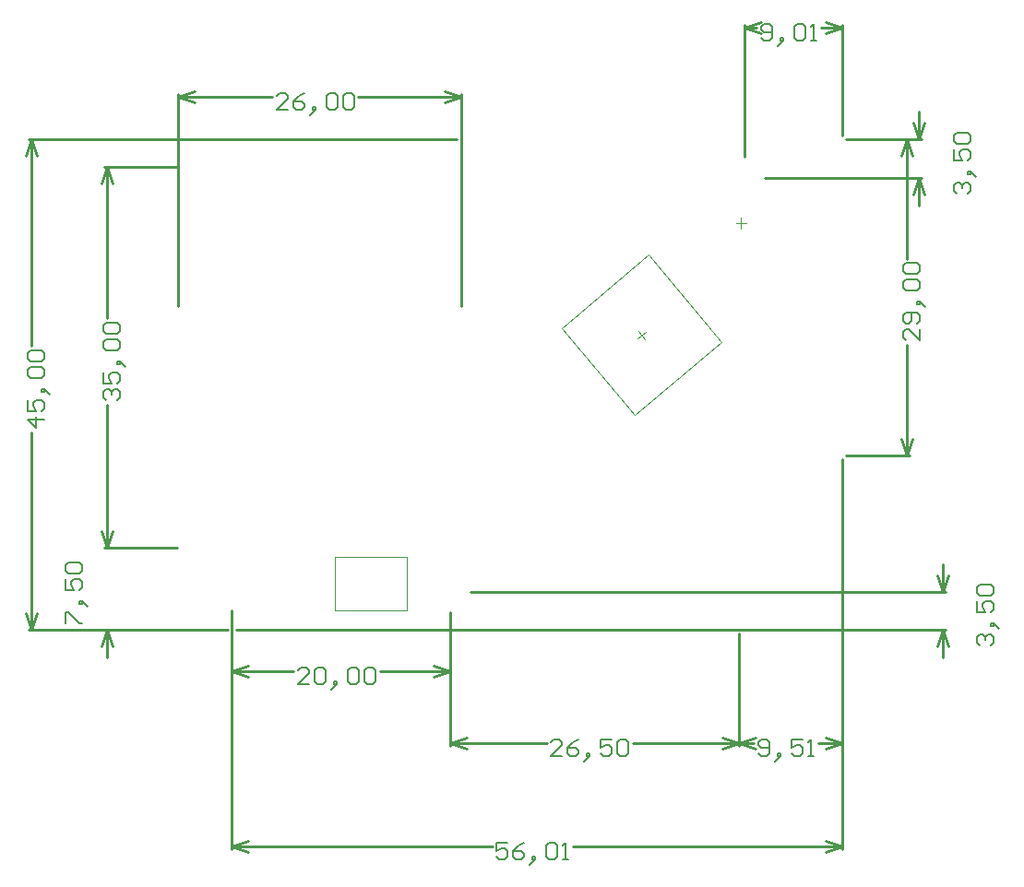
<source format=gbr>
G04 Layer_Color=32768*
%FSLAX44Y44*%
%MOMM*%
%TF.FileFunction,Mechanical*%
%TF.Part,Single*%
G01*
G75*
%ADD18C,0.2540*%
%ADD67C,0.1000*%
%ADD68C,0.1524*%
%ADD69C,0.0500*%
D18*
X560070Y-201930D02*
Y156210D01*
X-0Y-201930D02*
Y18040D01*
X313044Y-199390D02*
X560070D01*
X-0D02*
X238898D01*
X544830Y-194310D02*
X560070Y-199390D01*
X544830Y-204470D02*
X560070Y-199390D01*
X-0D02*
X15240Y-204470D01*
X-0Y-199390D02*
X15240Y-194310D01*
X-116840Y75000D02*
X-53810D01*
X-116840Y0D02*
X-3810D01*
X-114300Y-25400D02*
Y0D01*
Y75000D02*
Y100400D01*
X-119380Y-15240D02*
X-114300Y0D01*
X-109220Y-15240D01*
X-114300Y75000D02*
X-109220Y90240D01*
X-119380D02*
X-114300Y75000D01*
X-186690Y450000D02*
X206140D01*
X-186690Y0D02*
X-3810D01*
X-184150Y260549D02*
Y450000D01*
Y0D02*
Y181324D01*
X-189230Y434760D02*
X-184150Y450000D01*
X-179070Y434760D01*
X-184150Y0D02*
X-179070Y15240D01*
X-189230D02*
X-184150Y0D01*
X210360Y297340D02*
Y491910D01*
X-49590Y297340D02*
Y491910D01*
X115934Y489370D02*
X210360D01*
X-49590D02*
X36709D01*
X195120Y494450D02*
X210360Y489370D01*
X195120Y484290D02*
X210360Y489370D01*
X-49590D02*
X-34350Y484290D01*
X-49590Y489370D02*
X-34350Y494450D01*
X-117310Y75190D02*
X-50000D01*
X-117310Y425190D02*
X-50000D01*
X-114770Y75190D02*
Y206514D01*
Y285738D02*
Y425190D01*
Y75190D02*
X-109690Y90430D01*
X-119850D02*
X-114770Y75190D01*
X-119850Y409950D02*
X-114770Y425190D01*
X-109690Y409950D01*
X563880Y450000D02*
X633260D01*
X489056Y415000D02*
X633260D01*
X630720Y389600D02*
Y415000D01*
Y450000D02*
Y475400D01*
X625640Y399760D02*
X630720Y415000D01*
X635800Y399760D01*
X630720Y450000D02*
X635800Y465240D01*
X625640D02*
X630720Y450000D01*
X560070Y453810D02*
Y554990D01*
X470000Y434056D02*
Y554990D01*
X540427Y552450D02*
X560070D01*
X470000D02*
X481515D01*
X544830Y557530D02*
X560070Y552450D01*
X544830Y547370D02*
X560070Y552450D01*
X470000D02*
X485240Y547370D01*
X470000Y552450D02*
X485240Y557530D01*
X560070Y-106680D02*
Y156210D01*
X465000Y-106680D02*
Y-3810D01*
X537927Y-104140D02*
X560070D01*
X465000D02*
X479016D01*
X544830Y-99060D02*
X560070Y-104140D01*
X544830Y-109220D02*
X560070Y-104140D01*
X465000D02*
X480240Y-109220D01*
X465000Y-104140D02*
X480240Y-99060D01*
X563880Y450000D02*
X621830D01*
X563880Y160020D02*
X621830D01*
X619290Y340559D02*
Y450000D01*
Y160020D02*
Y261334D01*
X614210Y434760D02*
X619290Y450000D01*
X624370Y434760D01*
X619290Y160020D02*
X624370Y175260D01*
X614210D02*
X619290Y160020D01*
X465000Y-106680D02*
Y-3810D01*
X200000Y-106680D02*
Y15944D01*
X368048Y-104140D02*
X465000D01*
X200000D02*
X288824D01*
X449760Y-99060D02*
X465000Y-104140D01*
X449760Y-109220D02*
X465000Y-104140D01*
X200000D02*
X215240Y-109220D01*
X200000Y-104140D02*
X215240Y-99060D01*
X3810Y0D02*
X654850D01*
X219056Y35000D02*
X654850D01*
X652310D02*
Y60400D01*
Y-25400D02*
Y0D01*
Y35000D02*
X657390Y50240D01*
X647230D02*
X652310Y35000D01*
X647230Y-15240D02*
X652310Y0D01*
X657390Y-15240D01*
X-0Y-40640D02*
Y18040D01*
X200000Y-40640D02*
Y15944D01*
X-0Y-38100D02*
X56323D01*
X135548D02*
X200000D01*
X-0D02*
X15240Y-43180D01*
X-0Y-38100D02*
X15240Y-33020D01*
X184760D02*
X200000Y-38100D01*
X184760Y-43180D02*
X200000Y-38100D01*
D67*
X467360Y368380D02*
Y378380D01*
X462360Y373380D02*
X472360D01*
X372090Y267296D02*
X379750Y273724D01*
X372706Y274340D02*
X379134Y266680D01*
D68*
X253118Y-195836D02*
X242962D01*
Y-203453D01*
X248040Y-200914D01*
X250579D01*
X253118Y-203453D01*
Y-208531D01*
X250579Y-211071D01*
X245501D01*
X242962Y-208531D01*
X268353Y-195836D02*
X263275Y-198375D01*
X258197Y-203453D01*
Y-208531D01*
X260736Y-211071D01*
X265814D01*
X268353Y-208531D01*
Y-205992D01*
X265814Y-203453D01*
X258197D01*
X275971Y-213610D02*
X278510Y-211071D01*
Y-208531D01*
X275971D01*
Y-211071D01*
X278510D01*
X275971Y-213610D01*
X273432Y-216149D01*
X288667Y-198375D02*
X291206Y-195836D01*
X296284D01*
X298824Y-198375D01*
Y-208531D01*
X296284Y-211071D01*
X291206D01*
X288667Y-208531D01*
Y-198375D01*
X303902Y-211071D02*
X308980D01*
X306441D01*
Y-195836D01*
X303902Y-198375D01*
X-152896Y5505D02*
Y15662D01*
X-150357D01*
X-140201Y5505D01*
X-137661D01*
X-135122Y23279D02*
X-137661Y25819D01*
X-140201D01*
Y23279D01*
X-137661D01*
Y25819D01*
X-135122Y23279D01*
X-132583Y20740D01*
X-152896Y46132D02*
Y35975D01*
X-145279D01*
X-147818Y41054D01*
Y43593D01*
X-145279Y46132D01*
X-140201D01*
X-137661Y43593D01*
Y38514D01*
X-140201Y35975D01*
X-150357Y51210D02*
X-152896Y53749D01*
Y58828D01*
X-150357Y61367D01*
X-140201D01*
X-137661Y58828D01*
Y53749D01*
X-140201Y51210D01*
X-150357D01*
X-172469Y193005D02*
X-187704D01*
X-180087Y185387D01*
Y195544D01*
X-187704Y210779D02*
Y200623D01*
X-180087D01*
X-182626Y205701D01*
Y208240D01*
X-180087Y210779D01*
X-175009D01*
X-172469Y208240D01*
Y203162D01*
X-175009Y200623D01*
X-169930Y218397D02*
X-172469Y220936D01*
X-175009D01*
Y218397D01*
X-172469D01*
Y220936D01*
X-169930Y218397D01*
X-167391Y215858D01*
X-185165Y231093D02*
X-187704Y233632D01*
Y238710D01*
X-185165Y241250D01*
X-175009D01*
X-172469Y238710D01*
Y233632D01*
X-175009Y231093D01*
X-185165D01*
Y246328D02*
X-187704Y248867D01*
Y253945D01*
X-185165Y256485D01*
X-175009D01*
X-172469Y253945D01*
Y248867D01*
X-175009Y246328D01*
X-185165D01*
X50929Y477689D02*
X40773D01*
X50929Y487846D01*
Y490385D01*
X48390Y492924D01*
X43312D01*
X40773Y490385D01*
X66164Y492924D02*
X61086Y490385D01*
X56008Y485307D01*
Y480229D01*
X58547Y477689D01*
X63625D01*
X66164Y480229D01*
Y482768D01*
X63625Y485307D01*
X56008D01*
X73782Y475150D02*
X76321Y477689D01*
Y480229D01*
X73782D01*
Y477689D01*
X76321D01*
X73782Y475150D01*
X71243Y472611D01*
X86478Y490385D02*
X89017Y492924D01*
X94095D01*
X96634Y490385D01*
Y480229D01*
X94095Y477689D01*
X89017D01*
X86478Y480229D01*
Y490385D01*
X101713D02*
X104252Y492924D01*
X109330D01*
X111869Y490385D01*
Y480229D01*
X109330Y477689D01*
X104252D01*
X101713Y480229D01*
Y490385D01*
X-115785Y210578D02*
X-118324Y213117D01*
Y218195D01*
X-115785Y220734D01*
X-113246D01*
X-110707Y218195D01*
Y215656D01*
Y218195D01*
X-108168Y220734D01*
X-105628D01*
X-103089Y218195D01*
Y213117D01*
X-105628Y210578D01*
X-118324Y235969D02*
Y225813D01*
X-110707D01*
X-113246Y230891D01*
Y233430D01*
X-110707Y235969D01*
X-105628D01*
X-103089Y233430D01*
Y228352D01*
X-105628Y225813D01*
X-100550Y243587D02*
X-103089Y246126D01*
X-105628D01*
Y243587D01*
X-103089D01*
Y246126D01*
X-100550Y243587D01*
X-98011Y241048D01*
X-115785Y256283D02*
X-118324Y258822D01*
Y263900D01*
X-115785Y266439D01*
X-105628D01*
X-103089Y263900D01*
Y258822D01*
X-105628Y256283D01*
X-115785D01*
Y271518D02*
X-118324Y274057D01*
Y279135D01*
X-115785Y281674D01*
X-105628D01*
X-103089Y279135D01*
Y274057D01*
X-105628Y271518D01*
X-115785D01*
X664747Y400505D02*
X662208Y403044D01*
Y408123D01*
X664747Y410662D01*
X667286D01*
X669825Y408123D01*
Y405583D01*
Y408123D01*
X672365Y410662D01*
X674904D01*
X677443Y408123D01*
Y403044D01*
X674904Y400505D01*
X679982Y418279D02*
X677443Y420818D01*
X674904D01*
Y418279D01*
X677443D01*
Y420818D01*
X679982Y418279D01*
X682521Y415740D01*
X662208Y441132D02*
Y430975D01*
X669825D01*
X667286Y436054D01*
Y438593D01*
X669825Y441132D01*
X674904D01*
X677443Y438593D01*
Y433514D01*
X674904Y430975D01*
X664747Y446210D02*
X662208Y448749D01*
Y453828D01*
X664747Y456367D01*
X674904D01*
X677443Y453828D01*
Y448749D01*
X674904Y446210D01*
X664747D01*
X485579Y543308D02*
X488118Y540769D01*
X493197D01*
X495736Y543308D01*
Y553465D01*
X493197Y556004D01*
X488118D01*
X485579Y553465D01*
Y550926D01*
X488118Y548387D01*
X495736D01*
X503353Y538230D02*
X505893Y540769D01*
Y543308D01*
X503353D01*
Y540769D01*
X505893D01*
X503353Y538230D01*
X500814Y535691D01*
X516049Y553465D02*
X518588Y556004D01*
X523667D01*
X526206Y553465D01*
Y543308D01*
X523667Y540769D01*
X518588D01*
X516049Y543308D01*
Y553465D01*
X531284Y540769D02*
X536363D01*
X533824D01*
Y556004D01*
X531284Y553465D01*
X483079Y-113281D02*
X485619Y-115821D01*
X490697D01*
X493236Y-113281D01*
Y-103125D01*
X490697Y-100586D01*
X485619D01*
X483079Y-103125D01*
Y-105664D01*
X485619Y-108203D01*
X493236D01*
X500854Y-118360D02*
X503393Y-115821D01*
Y-113281D01*
X500854D01*
Y-115821D01*
X503393D01*
X500854Y-118360D01*
X498314Y-120899D01*
X523706Y-100586D02*
X513549D01*
Y-108203D01*
X518628Y-105664D01*
X521167D01*
X523706Y-108203D01*
Y-113281D01*
X521167Y-115821D01*
X516089D01*
X513549Y-113281D01*
X528784Y-115821D02*
X533863D01*
X531324D01*
Y-100586D01*
X528784Y-103125D01*
X630971Y275554D02*
Y265397D01*
X620814Y275554D01*
X618275D01*
X615736Y273015D01*
Y267937D01*
X618275Y265397D01*
X628432Y280633D02*
X630971Y283172D01*
Y288250D01*
X628432Y290789D01*
X618275D01*
X615736Y288250D01*
Y283172D01*
X618275Y280633D01*
X620814D01*
X623353Y283172D01*
Y290789D01*
X633510Y298407D02*
X630971Y300946D01*
X628432D01*
Y298407D01*
X630971D01*
Y300946D01*
X633510Y298407D01*
X636049Y295868D01*
X618275Y311103D02*
X615736Y313642D01*
Y318720D01*
X618275Y321259D01*
X628432D01*
X630971Y318720D01*
Y313642D01*
X628432Y311103D01*
X618275D01*
Y326338D02*
X615736Y328877D01*
Y333955D01*
X618275Y336495D01*
X628432D01*
X630971Y333955D01*
Y328877D01*
X628432Y326338D01*
X618275D01*
X303044Y-115821D02*
X292888D01*
X303044Y-105664D01*
Y-103125D01*
X300505Y-100586D01*
X295427D01*
X292888Y-103125D01*
X318279Y-100586D02*
X313201Y-103125D01*
X308123Y-108203D01*
Y-113281D01*
X310662Y-115821D01*
X315740D01*
X318279Y-113281D01*
Y-110742D01*
X315740Y-108203D01*
X308123D01*
X325897Y-118360D02*
X328436Y-115821D01*
Y-113281D01*
X325897D01*
Y-115821D01*
X328436D01*
X325897Y-118360D01*
X323358Y-120899D01*
X348750Y-100586D02*
X338593D01*
Y-108203D01*
X343671Y-105664D01*
X346210D01*
X348750Y-108203D01*
Y-113281D01*
X346210Y-115821D01*
X341132D01*
X338593Y-113281D01*
X353828Y-103125D02*
X356367Y-100586D01*
X361445D01*
X363985Y-103125D01*
Y-113281D01*
X361445Y-115821D01*
X356367D01*
X353828Y-113281D01*
Y-103125D01*
X686337Y-14495D02*
X683798Y-11956D01*
Y-6877D01*
X686337Y-4338D01*
X688876D01*
X691415Y-6877D01*
Y-9416D01*
Y-6877D01*
X693954Y-4338D01*
X696494D01*
X699033Y-6877D01*
Y-11956D01*
X696494Y-14495D01*
X701572Y3279D02*
X699033Y5818D01*
X696494D01*
Y3279D01*
X699033D01*
Y5818D01*
X701572Y3279D01*
X704111Y740D01*
X683798Y26132D02*
Y15975D01*
X691415D01*
X688876Y21054D01*
Y23593D01*
X691415Y26132D01*
X696494D01*
X699033Y23593D01*
Y18514D01*
X696494Y15975D01*
X686337Y31210D02*
X683798Y33749D01*
Y38828D01*
X686337Y41367D01*
X696494D01*
X699033Y38828D01*
Y33749D01*
X696494Y31210D01*
X686337D01*
X70544Y-49781D02*
X60387D01*
X70544Y-39624D01*
Y-37085D01*
X68005Y-34546D01*
X62927D01*
X60387Y-37085D01*
X75623D02*
X78162Y-34546D01*
X83240D01*
X85779Y-37085D01*
Y-47242D01*
X83240Y-49781D01*
X78162D01*
X75623Y-47242D01*
Y-37085D01*
X93397Y-52320D02*
X95936Y-49781D01*
Y-47242D01*
X93397D01*
Y-49781D01*
X95936D01*
X93397Y-52320D01*
X90858Y-54859D01*
X106093Y-37085D02*
X108632Y-34546D01*
X113710D01*
X116249Y-37085D01*
Y-47242D01*
X113710Y-49781D01*
X108632D01*
X106093Y-47242D01*
Y-37085D01*
X121328D02*
X123867Y-34546D01*
X128945D01*
X131484Y-37085D01*
Y-47242D01*
X128945Y-49781D01*
X123867D01*
X121328Y-47242D01*
Y-37085D01*
D69*
X302309Y276950D02*
X369480Y196898D01*
X382360Y344122D02*
X449532Y264070D01*
X369480Y196898D02*
X449532Y264070D01*
X302309Y276950D02*
X382360Y344122D01*
X94530Y66630D02*
X160530D01*
X94530Y17730D02*
Y66630D01*
Y17730D02*
X160530D01*
Y66630D01*
%TF.MD5,E0F52BF58E59A570D951F588C9429A12*%
M02*

</source>
